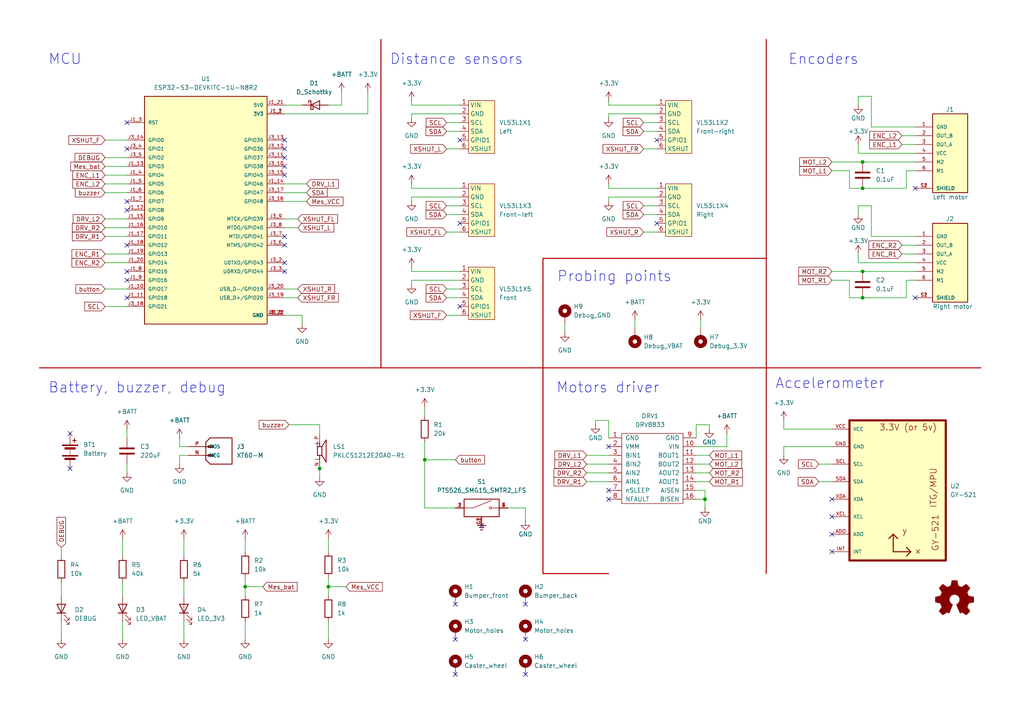
<source format=kicad_sch>
(kicad_sch (version 20231120) (generator "eeschema") (generator_version "8.0")
  (paper "A4")
  (title_block (title "Algernon Micromouse PCB") (date "2024-04-24") (rev "v1.0.0") (company "OTH Regensburg / HEIG-VD"))
  (junction (at 71.12 170.18))
  (junction (at 92.71 135.89))
  (junction (at 204.47 144.78))
  (junction (at 250.19 78.74))
  (junction (at 250.19 86.36))
  (junction (at 123.19 133.35))
  (junction (at 250.19 46.99))
  (junction (at 250.19 54.61))
  (junction (at 95.25 170.18))
  (no_connect (at 133.35 88.9))
  (no_connect (at 265.43 86.36))
  (no_connect (at 265.43 54.61))
  (no_connect (at 133.35 64.77))
  (no_connect (at 190.5 40.64))
  (no_connect (at 36.83 81.28))
  (no_connect (at 82.55 40.64))
  (no_connect (at 82.55 78.74))
  (no_connect (at 36.83 58.42))
  (no_connect (at 82.55 68.58))
  (no_connect (at 152.4 175.26))
  (no_connect (at 176.53 129.54))
  (no_connect (at 241.3 149.86))
  (no_connect (at 241.3 154.94))
  (no_connect (at 241.3 144.78))
  (no_connect (at 241.3 160.02))
  (no_connect (at 20.32 135.89))
  (no_connect (at 132.08 175.26))
  (no_connect (at 139.7 152.4))
  (no_connect (at 190.5 64.77))
  (no_connect (at 133.35 40.64))
  (no_connect (at 20.32 125.73))
  (no_connect (at 36.83 35.56))
  (no_connect (at 176.53 142.24))
  (no_connect (at 176.53 144.78))
  (no_connect (at 82.55 45.72))
  (no_connect (at 36.83 78.74))
  (no_connect (at 36.83 60.96))
  (no_connect (at 82.55 76.2))
  (no_connect (at 36.83 43.18))
  (no_connect (at 36.83 71.12))
  (no_connect (at 82.55 48.26))
  (no_connect (at 82.55 50.8))
  (no_connect (at 82.55 71.12))
  (no_connect (at 36.83 86.36))
  (no_connect (at 132.08 195.58))
  (no_connect (at 152.4 195.58))
  (no_connect (at 152.4 185.42))
  (no_connect (at 132.08 185.42))
  (no_connect (at 82.55 43.18))
  (wire (pts (xy 36.83 48.26) (xy 30.48 48.26)))
  (wire (pts (xy 201.93 142.24) (xy 204.47 142.24)))
  (wire (pts (xy 176.53 121.92) (xy 172.72 121.92)))
  (wire (pts (xy 95.25 180.34) (xy 95.25 185.42)))
  (wire (pts (xy 129.54 83.82) (xy 133.35 83.82)))
  (polyline (pts (xy 157.48 74.93) (xy 222.25 74.93)) (stroke (width 0.3) (type solid) (color 177 0 0 1)))
  (wire (pts (xy 88.9 55.88) (xy 82.55 55.88)))
  (wire (pts (xy 261.62 71.12) (xy 265.43 71.12)))
  (wire (pts (xy 30.48 55.88) (xy 36.83 55.88)))
  (wire (pts (xy 248.92 27.94) (xy 248.92 30.48)))
  (wire (pts (xy 30.48 76.2) (xy 36.83 76.2)))
  (wire (pts (xy 252.73 36.83) (xy 252.73 27.94)))
  (wire (pts (xy 265.43 36.83) (xy 252.73 36.83)))
  (polyline (pts (xy 11.43 106.68) (xy 284.48 106.68)) (stroke (width 0.3) (type solid) (color 177 0 0 1)))
  (wire (pts (xy 30.48 83.82) (xy 36.83 83.82)))
  (wire (pts (xy 204.47 144.78) (xy 204.47 147.32)))
  (wire (pts (xy 30.48 68.58) (xy 36.83 68.58)))
  (wire (pts (xy 119.38 81.28) (xy 119.38 82.55)))
  (wire (pts (xy 176.53 57.15) (xy 176.53 58.42)))
  (wire (pts (xy 71.12 170.18) (xy 76.2 170.18)))
  (wire (pts (xy 205.74 132.08) (xy 201.93 132.08)))
  (wire (pts (xy 95.25 156.21) (xy 95.25 160.02)))
  (wire (pts (xy 176.53 30.48) (xy 176.53 29.21)))
  (wire (pts (xy 54.61 129.54) (xy 52.07 129.54)))
  (wire (pts (xy 129.54 62.23) (xy 133.35 62.23)))
  (wire (pts (xy 92.71 125.73) (xy 92.71 123.19)))
  (wire (pts (xy 123.19 128.27) (xy 123.19 133.35)))
  (polyline (pts (xy 157.48 106.68) (xy 157.48 74.93)) (stroke (width 0.3) (type solid) (color 177 0 0 1)))
  (wire (pts (xy 241.3 46.99) (xy 250.19 46.99)))
  (wire (pts (xy 123.19 133.35) (xy 123.19 147.32)))
  (wire (pts (xy 119.38 57.15) (xy 119.38 58.42)))
  (wire (pts (xy 201.93 127) (xy 201.93 123.19)))
  (wire (pts (xy 35.56 156.21) (xy 35.56 161.29)))
  (wire (pts (xy 95.25 170.18) (xy 100.33 170.18)))
  (wire (pts (xy 262.89 86.36) (xy 250.19 86.36)))
  (wire (pts (xy 204.47 142.24) (xy 204.47 144.78)))
  (wire (pts (xy 71.12 167.64) (xy 71.12 170.18)))
  (wire (pts (xy 210.82 129.54) (xy 210.82 125.73)))
  (wire (pts (xy 248.92 59.69) (xy 248.92 62.23)))
  (wire (pts (xy 205.74 134.62) (xy 201.93 134.62)))
  (wire (pts (xy 87.63 91.44) (xy 87.63 93.98)))
  (wire (pts (xy 133.35 81.28) (xy 119.38 81.28)))
  (wire (pts (xy 36.83 124.46) (xy 36.83 127)))
  (wire (pts (xy 123.19 133.35) (xy 132.08 133.35)))
  (wire (pts (xy 205.74 137.16) (xy 201.93 137.16)))
  (wire (pts (xy 203.2 92.71) (xy 203.2 95.25)))
  (wire (pts (xy 237.49 134.62) (xy 241.3 134.62)))
  (wire (pts (xy 186.69 62.23) (xy 190.5 62.23)))
  (wire (pts (xy 129.54 43.18) (xy 133.35 43.18)))
  (wire (pts (xy 119.38 30.48) (xy 119.38 29.21)))
  (wire (pts (xy 82.55 86.36) (xy 86.36 86.36)))
  (wire (pts (xy 152.4 147.32) (xy 152.4 151.13)))
  (wire (pts (xy 82.55 58.42) (xy 88.9 58.42)))
  (wire (pts (xy 106.68 26.67) (xy 106.68 33.02)))
  (wire (pts (xy 252.73 68.58) (xy 252.73 59.69)))
  (wire (pts (xy 248.92 73.66) (xy 248.92 76.2)))
  (wire (pts (xy 250.19 86.36) (xy 246.38 86.36)))
  (wire (pts (xy 119.38 54.61) (xy 119.38 53.34)))
  (wire (pts (xy 71.12 156.21) (xy 71.12 160.02)))
  (wire (pts (xy 241.3 78.74) (xy 250.19 78.74)))
  (wire (pts (xy 227.33 124.46) (xy 227.33 121.92)))
  (wire (pts (xy 129.54 59.69) (xy 133.35 59.69)))
  (wire (pts (xy 30.48 88.9) (xy 36.83 88.9)))
  (wire (pts (xy 123.19 118.11) (xy 123.19 120.65)))
  (wire (pts (xy 262.89 49.53) (xy 265.43 49.53)))
  (wire (pts (xy 129.54 35.56) (xy 133.35 35.56)))
  (wire (pts (xy 35.56 168.91) (xy 35.56 172.72)))
  (wire (pts (xy 252.73 59.69) (xy 248.92 59.69)))
  (wire (pts (xy 248.92 44.45) (xy 265.43 44.45)))
  (wire (pts (xy 17.78 158.75) (xy 17.78 161.29)))
  (wire (pts (xy 184.15 92.71) (xy 184.15 95.25)))
  (wire (pts (xy 190.5 33.02) (xy 176.53 33.02)))
  (wire (pts (xy 123.19 147.32) (xy 132.08 147.32)))
  (wire (pts (xy 170.18 139.7) (xy 176.53 139.7)))
  (wire (pts (xy 133.35 54.61) (xy 119.38 54.61)))
  (wire (pts (xy 246.38 86.36) (xy 246.38 81.28)))
  (wire (pts (xy 36.83 134.62) (xy 36.83 137.16)))
  (wire (pts (xy 99.06 30.48) (xy 99.06 26.67)))
  (wire (pts (xy 129.54 67.31) (xy 133.35 67.31)))
  (wire (pts (xy 261.62 41.91) (xy 265.43 41.91)))
  (wire (pts (xy 92.71 135.89) (xy 92.71 138.43)))
  (wire (pts (xy 82.55 33.02) (xy 106.68 33.02)))
  (wire (pts (xy 201.93 144.78) (xy 204.47 144.78)))
  (wire (pts (xy 241.3 49.53) (xy 246.38 49.53)))
  (wire (pts (xy 261.62 73.66) (xy 265.43 73.66)))
  (wire (pts (xy 71.12 180.34) (xy 71.12 185.42)))
  (wire (pts (xy 241.3 81.28) (xy 246.38 81.28)))
  (polyline (pts (xy 222.25 74.93) (xy 222.25 74.93)) (stroke (width 0.3) (type solid) (color 177 0 0 1)))
  (wire (pts (xy 147.32 147.32) (xy 152.4 147.32)))
  (wire (pts (xy 95.25 167.64) (xy 95.25 170.18)))
  (polyline (pts (xy 157.48 106.68) (xy 157.48 166.37)) (stroke (width 0.3) (type solid) (color 177 0 0 1)))
  (wire (pts (xy 261.62 39.37) (xy 265.43 39.37)))
  (wire (pts (xy 227.33 129.54) (xy 227.33 132.08)))
  (wire (pts (xy 241.3 124.46) (xy 227.33 124.46)))
  (wire (pts (xy 88.9 53.34) (xy 82.55 53.34)))
  (wire (pts (xy 262.89 81.28) (xy 262.89 86.36)))
  (wire (pts (xy 201.93 123.19) (xy 205.74 123.19)))
  (wire (pts (xy 53.34 156.21) (xy 53.34 161.29)))
  (wire (pts (xy 262.89 81.28) (xy 265.43 81.28)))
  (polyline (pts (xy 110.49 11.43) (xy 110.49 106.68)) (stroke (width 0.3) (type solid) (color 177 0 0 1)))
  (wire (pts (xy 250.19 54.61) (xy 246.38 54.61)))
  (polyline (pts (xy 222.25 11.43) (xy 222.25 106.68)) (stroke (width 0.3) (type solid) (color 177 0 0 1)))
  (wire (pts (xy 119.38 33.02) (xy 119.38 34.29)))
  (wire (pts (xy 92.71 123.19) (xy 83.82 123.19)))
  (wire (pts (xy 250.19 46.99) (xy 265.43 46.99)))
  (wire (pts (xy 186.69 43.18) (xy 190.5 43.18)))
  (wire (pts (xy 186.69 67.31) (xy 190.5 67.31)))
  (polyline (pts (xy 157.48 166.37) (xy 176.53 166.37)) (stroke (width 0.3) (type solid) (color 177 0 0 1)))
  (wire (pts (xy 248.92 76.2) (xy 265.43 76.2)))
  (wire (pts (xy 95.25 30.48) (xy 99.06 30.48)))
  (wire (pts (xy 133.35 30.48) (xy 119.38 30.48)))
  (wire (pts (xy 82.55 30.48) (xy 87.63 30.48)))
  (wire (pts (xy 186.69 38.1) (xy 190.5 38.1)))
  (wire (pts (xy 265.43 68.58) (xy 252.73 68.58)))
  (wire (pts (xy 30.48 45.72) (xy 36.83 45.72)))
  (wire (pts (xy 54.61 132.08) (xy 52.07 132.08)))
  (wire (pts (xy 82.55 63.5) (xy 86.36 63.5)))
  (wire (pts (xy 17.78 168.91) (xy 17.78 172.72)))
  (wire (pts (xy 250.19 78.74) (xy 265.43 78.74)))
  (wire (pts (xy 237.49 139.7) (xy 241.3 139.7)))
  (wire (pts (xy 30.48 63.5) (xy 36.83 63.5)))
  (wire (pts (xy 35.56 180.34) (xy 35.56 185.42)))
  (wire (pts (xy 82.55 83.82) (xy 86.36 83.82)))
  (wire (pts (xy 262.89 49.53) (xy 262.89 54.61)))
  (wire (pts (xy 170.18 137.16) (xy 176.53 137.16)))
  (wire (pts (xy 30.48 53.34) (xy 36.83 53.34)))
  (wire (pts (xy 53.34 180.34) (xy 53.34 185.42)))
  (wire (pts (xy 129.54 86.36) (xy 133.35 86.36)))
  (wire (pts (xy 36.83 40.64) (xy 30.48 40.64)))
  (wire (pts (xy 92.71 133.35) (xy 92.71 135.89)))
  (wire (pts (xy 133.35 57.15) (xy 119.38 57.15)))
  (wire (pts (xy 170.18 132.08) (xy 176.53 132.08)))
  (wire (pts (xy 30.48 73.66) (xy 36.83 73.66)))
  (wire (pts (xy 52.07 129.54) (xy 52.07 127)))
  (wire (pts (xy 176.53 54.61) (xy 176.53 53.34)))
  (wire (pts (xy 95.25 170.18) (xy 95.25 172.72)))
  (wire (pts (xy 186.69 59.69) (xy 190.5 59.69)))
  (wire (pts (xy 262.89 54.61) (xy 250.19 54.61)))
  (wire (pts (xy 129.54 38.1) (xy 133.35 38.1)))
  (wire (pts (xy 82.55 91.44) (xy 87.63 91.44)))
  (wire (pts (xy 82.55 66.04) (xy 86.36 66.04)))
  (polyline (pts (xy 222.25 106.68) (xy 222.25 166.37)) (stroke (width 0.3) (type solid) (color 177 0 0 1)))
  (wire (pts (xy 246.38 54.61) (xy 246.38 49.53)))
  (wire (pts (xy 17.78 180.34) (xy 17.78 185.42)))
  (wire (pts (xy 241.3 129.54) (xy 227.33 129.54)))
  (wire (pts (xy 248.92 41.91) (xy 248.92 44.45)))
  (wire (pts (xy 205.74 123.19) (xy 205.74 124.46)))
  (wire (pts (xy 30.48 66.04) (xy 36.83 66.04)))
  (wire (pts (xy 190.5 30.48) (xy 176.53 30.48)))
  (wire (pts (xy 190.5 54.61) (xy 176.53 54.61)))
  (wire (pts (xy 163.83 93.98) (xy 163.83 96.52)))
  (wire (pts (xy 133.35 33.02) (xy 119.38 33.02)))
  (wire (pts (xy 71.12 170.18) (xy 71.12 172.72)))
  (wire (pts (xy 172.72 121.92) (xy 172.72 123.19)))
  (wire (pts (xy 119.38 78.74) (xy 119.38 77.47)))
  (wire (pts (xy 52.07 132.08) (xy 52.07 134.62)))
  (wire (pts (xy 190.5 57.15) (xy 176.53 57.15)))
  (wire (pts (xy 170.18 134.62) (xy 176.53 134.62)))
  (wire (pts (xy 53.34 168.91) (xy 53.34 172.72)))
  (wire (pts (xy 176.53 127) (xy 176.53 121.92)))
  (wire (pts (xy 133.35 78.74) (xy 119.38 78.74)))
  (wire (pts (xy 205.74 139.7) (xy 201.93 139.7)))
  (wire (pts (xy 201.93 129.54) (xy 210.82 129.54)))
  (wire (pts (xy 129.54 91.44) (xy 133.35 91.44)))
  (wire (pts (xy 30.48 50.8) (xy 36.83 50.8)))
  (wire (pts (xy 176.53 33.02) (xy 176.53 34.29)))
  (wire (pts (xy 252.73 27.94) (xy 248.92 27.94)))
  (wire (pts (xy 186.69 35.56) (xy 190.5 35.56)))
  (text "Battery, buzzer, debug" (at 13.97 114.3 0) (effects (font (size 3 3)) (justify left bottom)))
  (text "Motors driver" (at 161.29 114.3 0) (effects (font (size 3 3)) (justify left bottom)))
  (text "Probing points" (at 161.544 82.042 0) (effects (font (size 3 3)) (justify left bottom)))
  (text "Distance sensors" (at 113.03 19.05 0) (effects (font (size 3 3)) (justify left bottom)))
  (text "Encoders" (at 228.6 19.05 0) (effects (font (size 3 3)) (justify left bottom)))
  (text "MCU" (at 13.97 19.05 0) (effects (font (size 3 3)) (justify left bottom)))
  (text "Accelerometer\n" (at 224.79 113.03 0) (effects (font (size 3 3)) (justify left bottom)))
  (global_label "button" (shape input) (at 132.08 133.35 0) (property "Intersheetrefs" "${INTERSHEET_REFS}" (effects (hide yes))))
  (global_label "ENC_R2" (shape input) (at 30.48 76.2 180) (property "Intersheetrefs" "${INTERSHEET_REFS}" (effects (hide yes))))
  (global_label "DRV_L1" (shape input) (at 88.9 53.34 0) (property "Intersheetrefs" "${INTERSHEET_REFS}" (effects (hide yes))))
  (global_label "DRV_R1" (shape input) (at 30.48 68.58 180) (property "Intersheetrefs" "${INTERSHEET_REFS}" (effects (hide yes))))
  (global_label "SDA" (shape input) (at 88.9 55.88 0) (property "Intersheetrefs" "${INTERSHEET_REFS}" (effects (hide yes))))
  (global_label "Mes_bat" (shape input) (at 76.2 170.18 0) (property "Intersheetrefs" "${INTERSHEET_REFS}" (effects (hide yes))))
  (global_label "MOT_L1" (shape input) (at 205.74 132.08 0) (property "Intersheetrefs" "${INTERSHEET_REFS}" (effects (hide yes))))
  (global_label "SCL" (shape input) (at 129.54 83.82 180) (property "Intersheetrefs" "${INTERSHEET_REFS}" (effects (hide yes))))
  (global_label "ENC_R1" (shape input) (at 261.62 73.66 180) (property "Intersheetrefs" "${INTERSHEET_REFS}" (effects (hide yes))))
  (global_label "ENC_L2" (shape input) (at 261.62 39.37 180) (property "Intersheetrefs" "${INTERSHEET_REFS}" (effects (hide yes))))
  (global_label "Mes_VCC" (shape input) (at 100.33 170.18 0) (property "Intersheetrefs" "${INTERSHEET_REFS}" (effects (hide yes))))
  (global_label "MOT_R2" (shape input) (at 241.3 78.74 180) (property "Intersheetrefs" "${INTERSHEET_REFS}" (effects (hide yes))))
  (global_label "Mes_VCC" (shape input) (at 88.9 58.42 0) (property "Intersheetrefs" "${INTERSHEET_REFS}" (effects (hide yes))))
  (global_label "DRV_R1" (shape input) (at 170.18 139.7 180) (property "Intersheetrefs" "${INTERSHEET_REFS}" (effects (hide yes))))
  (global_label "SCL" (shape input) (at 30.48 88.9 180) (property "Intersheetrefs" "${INTERSHEET_REFS}" (effects (hide yes))))
  (global_label "DEBUG" (shape input) (at 17.78 158.75 90) (property "Intersheetrefs" "${INTERSHEET_REFS}" (effects (hide yes))))
  (global_label "MOT_L2" (shape input) (at 241.3 46.99 180) (property "Intersheetrefs" "${INTERSHEET_REFS}" (effects (hide yes))))
  (global_label "button" (shape input) (at 30.48 83.82 180) (property "Intersheetrefs" "${INTERSHEET_REFS}" (effects (hide yes))))
  (global_label "XSHUT_FL" (shape input) (at 129.54 67.31 180) (property "Intersheetrefs" "${INTERSHEET_REFS}" (effects (hide yes))))
  (global_label "ENC_R2" (shape input) (at 261.62 71.12 180) (property "Intersheetrefs" "${INTERSHEET_REFS}" (effects (hide yes))))
  (global_label "ENC_R1" (shape input) (at 30.48 73.66 180) (property "Intersheetrefs" "${INTERSHEET_REFS}" (effects (hide yes))))
  (global_label "XSHUT_R" (shape input) (at 86.36 83.82 0) (property "Intersheetrefs" "${INTERSHEET_REFS}" (effects (hide yes))))
  (global_label "DRV_R2" (shape input) (at 170.18 137.16 180) (property "Intersheetrefs" "${INTERSHEET_REFS}" (effects (hide yes))))
  (global_label "XSHUT_L" (shape input) (at 129.54 43.18 180) (property "Intersheetrefs" "${INTERSHEET_REFS}" (effects (hide yes))))
  (global_label "DRV_L2" (shape input) (at 30.48 63.5 180) (property "Intersheetrefs" "${INTERSHEET_REFS}" (effects (hide yes))))
  (global_label "XSHUT_FR" (shape input) (at 86.36 86.36 0) (property "Intersheetrefs" "${INTERSHEET_REFS}" (effects (hide yes))))
  (global_label "DEBUG" (shape input) (at 30.48 45.72 180) (property "Intersheetrefs" "${INTERSHEET_REFS}" (effects (hide yes))))
  (global_label "ENC_L2" (shape input) (at 30.48 53.34 180) (property "Intersheetrefs" "${INTERSHEET_REFS}" (effects (hide yes))))
  (global_label "MOT_R2" (shape input) (at 205.74 137.16 0) (property "Intersheetrefs" "${INTERSHEET_REFS}" (effects (hide yes))))
  (global_label "XSHUT_F" (shape input) (at 30.48 40.64 180) (property "Intersheetrefs" "${INTERSHEET_REFS}" (effects (hide yes))))
  (global_label "SDA" (shape input) (at 129.54 38.1 180) (property "Intersheetrefs" "${INTERSHEET_REFS}" (effects (hide yes))))
  (global_label "SDA" (shape input) (at 237.49 139.7 180) (property "Intersheetrefs" "${INTERSHEET_REFS}" (effects (hide yes))))
  (global_label "DRV_L2" (shape input) (at 170.18 134.62 180) (property "Intersheetrefs" "${INTERSHEET_REFS}" (effects (hide yes))))
  (global_label "MOT_L1" (shape input) (at 241.3 49.53 180) (property "Intersheetrefs" "${INTERSHEET_REFS}" (effects (hide yes))))
  (global_label "SDA" (shape input) (at 129.54 62.23 180) (property "Intersheetrefs" "${INTERSHEET_REFS}" (effects (hide yes))))
  (global_label "SCL" (shape input) (at 237.49 134.62 180) (property "Intersheetrefs" "${INTERSHEET_REFS}" (effects (hide yes))))
  (global_label "XSHUT_L" (shape input) (at 86.36 66.04 0) (property "Intersheetrefs" "${INTERSHEET_REFS}" (effects (hide yes))))
  (global_label "SCL" (shape input) (at 129.54 35.56 180) (property "Intersheetrefs" "${INTERSHEET_REFS}" (effects (hide yes))))
  (global_label "XSHUT_R" (shape input) (at 186.69 67.31 180) (property "Intersheetrefs" "${INTERSHEET_REFS}" (effects (hide yes))))
  (global_label "DRV_R2" (shape input) (at 30.48 66.04 180) (property "Intersheetrefs" "${INTERSHEET_REFS}" (effects (hide yes))))
  (global_label "ENC_L1" (shape input) (at 261.62 41.91 180) (property "Intersheetrefs" "${INTERSHEET_REFS}" (effects (hide yes))))
  (global_label "DRV_L1" (shape input) (at 170.18 132.08 180) (property "Intersheetrefs" "${INTERSHEET_REFS}" (effects (hide yes))))
  (global_label "XSHUT_FR" (shape input) (at 186.69 43.18 180) (property "Intersheetrefs" "${INTERSHEET_REFS}" (effects (hide yes))))
  (global_label "MOT_L2" (shape input) (at 205.74 134.62 0) (property "Intersheetrefs" "${INTERSHEET_REFS}" (effects (hide yes))))
  (global_label "MOT_R1" (shape input) (at 205.74 139.7 0) (property "Intersheetrefs" "${INTERSHEET_REFS}" (effects (hide yes))))
  (global_label "XSHUT_F" (shape input) (at 129.54 91.44 180) (property "Intersheetrefs" "${INTERSHEET_REFS}" (effects (hide yes))))
  (global_label "ENC_L1" (shape input) (at 30.48 50.8 180) (property "Intersheetrefs" "${INTERSHEET_REFS}" (effects (hide yes))))
  (global_label "SCL" (shape input) (at 129.54 59.69 180) (property "Intersheetrefs" "${INTERSHEET_REFS}" (effects (hide yes))))
  (global_label "MOT_R1" (shape input) (at 241.3 81.28 180) (property "Intersheetrefs" "${INTERSHEET_REFS}" (effects (hide yes))))
  (global_label "buzzer" (shape input) (at 30.48 55.88 180) (property "Intersheetrefs" "${INTERSHEET_REFS}" (effects (hide yes))))
  (global_label "SDA" (shape input) (at 129.54 86.36 180) (property "Intersheetrefs" "${INTERSHEET_REFS}" (effects (hide yes))))
  (global_label "SCL" (shape input) (at 186.69 35.56 180) (property "Intersheetrefs" "${INTERSHEET_REFS}" (effects (hide yes))))
  (global_label "SCL" (shape input) (at 186.69 59.69 180) (property "Intersheetrefs" "${INTERSHEET_REFS}" (effects (hide yes))))
  (global_label "SDA" (shape input) (at 186.69 38.1 180) (property "Intersheetrefs" "${INTERSHEET_REFS}" (effects (hide yes))))
  (global_label "XSHUT_FL" (shape input) (at 86.36 63.5 0) (property "Intersheetrefs" "${INTERSHEET_REFS}" (effects (hide yes))))
  (global_label "Mes_bat" (shape input) (at 30.48 48.26 180) (property "Intersheetrefs" "${INTERSHEET_REFS}" (effects (hide yes))))
  (global_label "SDA" (shape input) (at 186.69 62.23 180) (property "Intersheetrefs" "${INTERSHEET_REFS}" (effects (hide yes))))
  (global_label "buzzer" (shape input) (at 83.82 123.19 180) (property "Intersheetrefs" "${INTERSHEET_REFS}" (effects (hide yes))))
  (symbol (lib_id "power:GND") (at 227.33 132.08 0) (unit 1)
    (property "Reference" "#PWR024" (effects (hide yes)))
    (property "Value" "GND" (at 227.33 137.16 0))
    (property "Description" "Power symbol creates a global label with name \"GND\" , ground" (effects (hide yes)))
  )
  (symbol (lib_id "VL53L1x:ToF distance sensor") (at 134.62 60.96 0) (unit 1)
    (property "Reference" "VL53L1X3" (at 144.78 59.6899 0) (effects (justify left)))
    (property "Value" "Front-left" (at 144.78 62.2299 0) (effects (justify left)))
    (property "Footprint" "footprints:TinyTronics_VL53L1X" (effects (hide yes)))
  )
  (symbol (lib_id "VL53L1x:ToF distance sensor") (at 191.77 36.83 0) (unit 1)
    (property "Reference" "VL53L1X2" (at 201.93 35.5599 0) (effects (justify left)))
    (property "Value" "Front-right" (at 201.93 38.0999 0) (effects (justify left)))
    (property "Footprint" "footprints:TinyTronics_VL53L1X" (effects (hide yes)))
  )
  (symbol (lib_id "power:GND") (at 52.07 134.62 0) (unit 1)
    (property "Reference" "#PWR025" (effects (hide yes)))
    (property "Value" "GND" (at 52.07 139.7 0))
    (property "Description" "Power symbol creates a global label with name \"GND\" , ground" (effects (hide yes)))
  )
  (symbol (lib_id "Device:R") (at 95.25 163.83 0) (unit 1)
    (property "Reference" "R3" (at 97.79 162.5599 0) (effects (justify left)))
    (property "Value" "10k" (at 97.79 165.0999 0) (effects (justify left)))
    (property "Footprint" "Resistor_SMD:R_1206_3216Metric_Pad1.30x1.75mm_HandSolder" (effects (hide yes)))
  )
  (symbol (lib_id "power:GND") (at 95.25 185.42 0) (unit 1)
    (property "Reference" "#PWR037" (effects (hide yes)))
    (property "Value" "GND" (at 95.25 190.5 0))
    (property "Description" "Power symbol creates a global label with name \"GND\" , ground" (effects (hide yes)))
  )
  (symbol (lib_id "GY-521:GY-521") (at 256.54 139.7 0) (unit 1)
    (property "Reference" "U2" (at 275.59 140.9699 0) (effects (justify left)))
    (property "Value" "GY-521" (at 275.59 143.5099 0) (effects (justify left)))
    (property "Footprint" "footprints:GY-521" (effects (hide yes)))
    (property "Description" "\nTriple Axis Accelerometer Gyro Breakout\n" (effects (hide yes)))
    (property "MF" "GODREAM FORDREAM CO., LIMITED" (effects (hide yes)))
    (property "Package" "Package" (effects (hide yes)))
    (property "Price" "None" (effects (hide yes)))
    (property "SnapEDA_Link" "https://www.snapeda.com/parts/GY-521/GODREAM+FORDREAM+CO.%252C+LIMITED/view-part/?ref=snap" (effects (hide yes)))
    (property "MP" "GY-521" (effects (hide yes)))
    (property "Availability" "Not in stock" (effects (hide yes)))
    (property "Check_prices" "https://www.snapeda.com/parts/GY-521/GODREAM+FORDREAM+CO.%252C+LIMITED/view-part/?ref=eda" (effects (hide yes)))
    (property "Description_1" "\nTriple Axis Accelerometer Gyro Breakout\n" (effects (hide yes)))
  )
  (symbol (lib_id "Device:C") (at 36.83 130.81 0) (unit 1)
    (property "Reference" "C3" (at 40.64 129.5399 0) (effects (justify left)))
    (property "Value" "220uF" (at 40.64 132.0799 0) (effects (justify left)))
    (property "Footprint" "Capacitor_SMD:CP_Elec_8x10.5" (effects (hide yes)))
    (property "Description" "Unpolarized capacitor" (effects (hide yes)))
  )
  (symbol (lib_id "power:+BATT") (at 35.56 156.21 0) (unit 1)
    (property "Reference" "#PWR029" (effects (hide yes)))
    (property "Value" "+BATT" (at 35.56 151.13 0))
    (property "Description" "Power symbol creates a global label with name \"+BATT\"" (effects (hide yes)))
  )
  (symbol (lib_id "power:GND") (at 119.38 58.42 0) (unit 1)
    (property "Reference" "#PWR011" (effects (hide yes)))
    (property "Value" "GND" (at 119.38 63.5 0))
    (property "Description" "Power symbol creates a global label with name \"GND\" , ground" (effects (hide yes)))
  )
  (symbol (lib_id "power:+3.3V") (at 119.38 53.34 0) (unit 1)
    (property "Reference" "#PWR09" (effects (hide yes)))
    (property "Value" "+3.3V" (at 119.38 48.26 0))
    (property "Description" "Power symbol creates a global label with name \"+3.3V\"" (effects (hide yes)))
  )
  (symbol (lib_id "Mechanical:MountingHole_Pad") (at 132.08 182.88 0) (unit 1)
    (property "Reference" "H3" (at 134.62 180.3399 0) (effects (justify left)))
    (property "Value" "Motor_holes" (at 134.62 182.8799 0) (effects (justify left)))
    (property "Footprint" "footprints:Polulu_Micro_Gearmotor" (effects (hide yes)))
  )
  (symbol (lib_id "Device:R") (at 53.34 165.1 0) (unit 1)
    (property "Reference" "R6" (at 55.88 163.8299 0) (effects (justify left)))
    (property "Value" "5k" (at 55.88 166.3699 0) (effects (justify left)))
    (property "Footprint" "Resistor_SMD:R_1206_3216Metric_Pad1.30x1.75mm_HandSolder" (effects (hide yes)))
  )
  (symbol (lib_id "power:+3.3V") (at 227.33 121.92 0) (unit 1)
    (property "Reference" "#PWR019" (effects (hide yes)))
    (property "Value" "+3.3V" (at 227.33 116.84 0))
    (property "Description" "Power symbol creates a global label with name \"+3.3V\"" (effects (hide yes)))
  )
  (symbol (lib_id "power:GND") (at 248.92 62.23 0) (unit 1)
    (property "Reference" "#PWR013" (effects (hide yes)))
    (property "Value" "GND" (at 248.92 66.04 0))
    (property "Description" "Power symbol creates a global label with name \"GND\" , ground" (effects (hide yes)))
  )
  (symbol (lib_id "power:+3.3V") (at 119.38 29.21 0) (unit 1)
    (property "Reference" "#PWR04" (effects (hide yes)))
    (property "Value" "+3.3V" (at 119.38 24.13 0))
    (property "Description" "Power symbol creates a global label with name \"+3.3V\"" (effects (hide yes)))
  )
  (symbol (lib_id "power:GND") (at 35.56 185.42 0) (unit 1)
    (property "Reference" "#PWR034" (effects (hide yes)))
    (property "Value" "GND" (at 35.56 190.5 0))
    (property "Description" "Power symbol creates a global label with name \"GND\" , ground" (effects (hide yes)))
  )
  (symbol (lib_id "power:+BATT") (at 71.12 156.21 0) (unit 1)
    (property "Reference" "#PWR031" (effects (hide yes)))
    (property "Value" "+BATT" (at 71.12 151.13 0))
    (property "Description" "Power symbol creates a global label with name \"+BATT\"" (effects (hide yes)))
  )
  (symbol (lib_id "power:GND") (at 176.53 34.29 0) (unit 1)
    (property "Reference" "#PWR07" (effects (hide yes)))
    (property "Value" "GND" (at 176.53 39.37 0))
    (property "Description" "Power symbol creates a global label with name \"GND\" , ground" (effects (hide yes)))
  )
  (symbol (lib_id "power:+BATT") (at 36.83 124.46 0) (unit 1)
    (property "Reference" "#PWR041" (effects (hide yes)))
    (property "Value" "+BATT" (at 36.83 119.38 0))
    (property "Description" "Power symbol creates a global label with name \"+BATT\"" (effects (hide yes)))
  )
  (symbol (lib_id "power:GND") (at 119.38 82.55 0) (unit 1)
    (property "Reference" "#PWR016" (effects (hide yes)))
    (property "Value" "GND" (at 119.38 87.63 0))
    (property "Description" "Power symbol creates a global label with name \"GND\" , ground" (effects (hide yes)))
  )
  (symbol (lib_id "Device:R") (at 95.25 176.53 0) (unit 1)
    (property "Reference" "R8" (at 97.79 175.2599 0) (effects (justify left)))
    (property "Value" "1k" (at 97.79 177.7999 0) (effects (justify left)))
    (property "Footprint" "Resistor_SMD:R_1206_3216Metric_Pad1.30x1.75mm_HandSolder" (effects (hide yes)))
  )
  (symbol (lib_id "power:+3.3V") (at 203.2 92.71 0) (unit 1)
    (property "Reference" "#PWR038" (effects (hide yes)))
    (property "Value" "+3.3V" (at 203.2 87.63 0))
    (property "Description" "Power symbol creates a global label with name \"+3.3V\"" (effects (hide yes)))
  )
  (symbol (lib_id "Graphic:Logo_Open_Hardware_Small") (at 276.86 173.99 0) (unit 1) (exclude_from_sim yes)
    (property "Reference" "#LOGO1" (effects (hide yes)))
    (property "Value" "Logo_Open_Hardware_Small" (effects (hide yes)))
    (property "Description" "Open Hardware logo, small" (effects (hide yes)))
  )
  (symbol (lib_name "BM06B-SRSS-TB_LF__SN__2") (lib_id "JST_SH_6pins:BM06B-SRSS-TB_LF__SN_") (at 275.59 78.74 0) (unit 1)
    (property "Reference" "J2" (at 274.32 63.5 0) (effects (justify left)))
    (property "Value" "Right motor" (at 270.51 88.9 0) (effects (justify left)))
    (property "Footprint" "footprints:JST_SH_6pins" (effects (hide yes)))
    (property "Description" "\nConnector Header Surface Mount 6 position 0.039 (1.00mm)\n" (effects (hide yes)))
    (property "MF" "JST Sales" (effects (hide yes)))
    (property "MAXIMUM_PACKAGE_HEIGHT" "6.3 mm" (effects (hide yes)))
    (property "Package" "None" (effects (hide yes)))
    (property "Price" "None" (effects (hide yes)))
    (property "Check_prices" "https://www.snapeda.com/parts/BM06B-SRSS-TB(LF)(SN)/JST+Sales+America+Inc./view-part/?ref=eda" (effects (hide yes)))
    (property "STANDARD" "Manufacturer Recommendations" (effects (hide yes)))
    (property "PARTREV" "N/A" (effects (hide yes)))
    (property "SnapEDA_Link" "https://www.snapeda.com/parts/BM06B-SRSS-TB(LF)(SN)/JST+Sales+America+Inc./view-part/?ref=snap" (effects (hide yes)))
    (property "MP" "BM06B-SRSS-TB(LF)(SN)" (effects (hide yes)))
    (property "MANUFACTURER" "JST Sales America Inc." (effects (hide yes)))
    (property "Availability" "In Stock" (effects (hide yes)))
    (property "SNAPEDA_PN" "BM06B-SRSS-TB(LF)(SN)" (effects (hide yes)))
  )
  (symbol (lib_id "power:GND") (at 163.83 96.52 0) (unit 1)
    (property "Reference" "#PWR040" (effects (hide yes)))
    (property "Value" "GND" (at 163.83 101.6 0))
    (property "Description" "Power symbol creates a global label with name \"GND\" , ground" (effects (hide yes)))
  )
  (symbol (lib_name "MountingHole_Pad_1") (lib_id "Mechanical:MountingHole_Pad") (at 203.2 97.79 180) (unit 1) (exclude_from_sim yes) (in_bom no)
    (property "Reference" "H7" (at 205.74 97.7899 0) (effects (justify right)))
    (property "Value" "Debug_3.3V" (at 205.74 100.3299 0) (effects (justify right)))
    (property "Footprint" "Connector_Wire:SolderWire-0.75sqmm_1x01_D1.25mm_OD2.3mm" (effects (hide yes)))
    (property "Description" "Mounting Hole with connection" (effects (hide yes)))
  )
  (symbol (lib_id "Device:LED") (at 35.56 176.53 90) (unit 1)
    (property "Reference" "D3" (at 39.37 176.8474 90) (effects (justify right)))
    (property "Value" "LED_VBAT" (at 39.37 179.3874 90) (effects (justify right)))
    (property "Footprint" "LED_SMD:LED_1206_3216Metric_Pad1.42x1.75mm_HandSolder" (effects (hide yes)))
  )
  (symbol (lib_id "Device:Battery") (at 20.32 130.81 0) (unit 1)
    (property "Reference" "BT1" (at 24.13 128.9684 0) (effects (justify left)))
    (property "Value" "Battery" (at 24.13 131.5084 0) (effects (justify left)))
    (property "Footprint" "footprints:LiPo_2S1P_Battery" (effects (hide yes)))
    (property "Description" "Multiple-cell battery" (effects (hide yes)))
  )
  (symbol (lib_id "Device:R") (at 35.56 165.1 0) (unit 1)
    (property "Reference" "R5" (at 38.1 163.8299 0) (effects (justify left)))
    (property "Value" "40k" (at 38.1 166.3699 0) (effects (justify left)))
    (property "Footprint" "Resistor_SMD:R_1206_3216Metric_Pad1.30x1.75mm_HandSolder" (effects (hide yes)))
  )
  (symbol (lib_id "power:+3.3V") (at 176.53 53.34 0) (unit 1)
    (property "Reference" "#PWR010" (effects (hide yes)))
    (property "Value" "+3.3V" (at 176.53 48.26 0))
    (property "Description" "Power symbol creates a global label with name \"+3.3V\"" (effects (hide yes)))
  )
  (symbol (lib_id "Device:R") (at 71.12 163.83 0) (unit 1)
    (property "Reference" "R2" (at 73.66 162.5599 0) (effects (justify left)))
    (property "Value" "10k" (at 73.66 165.0999 0) (effects (justify left)))
    (property "Footprint" "Resistor_SMD:R_1206_3216Metric_Pad1.30x1.75mm_HandSolder" (effects (hide yes)))
  )
  (symbol (lib_name "BM06B-SRSS-TB_LF__SN__1") (lib_id "JST_SH_6pins:BM06B-SRSS-TB_LF__SN_") (at 275.59 46.99 0) (unit 1)
    (property "Reference" "J1" (at 274.32 31.75 0) (effects (justify left)))
    (property "Value" "Left motor" (at 270.51 57.15 0) (effects (justify left)))
    (property "Footprint" "footprints:JST_SH_6pins" (effects (hide yes)))
    (property "Description" "\nConnector Header Surface Mount 6 position 0.039 (1.00mm)\n" (effects (hide yes)))
    (property "MF" "JST Sales" (effects (hide yes)))
    (property "MAXIMUM_PACKAGE_HEIGHT" "6.3 mm" (effects (hide yes)))
    (property "Package" "None" (effects (hide yes)))
    (property "Price" "None" (effects (hide yes)))
    (property "Check_prices" "https://www.snapeda.com/parts/BM06B-SRSS-TB(LF)(SN)/JST+Sales+America+Inc./view-part/?ref=eda" (effects (hide yes)))
    (property "STANDARD" "Manufacturer Recommendations" (effects (hide yes)))
    (property "PARTREV" "N/A" (effects (hide yes)))
    (property "SnapEDA_Link" "https://www.snapeda.com/parts/BM06B-SRSS-TB(LF)(SN)/JST+Sales+America+Inc./view-part/?ref=snap" (effects (hide yes)))
    (property "MP" "BM06B-SRSS-TB(LF)(SN)" (effects (hide yes)))
    (property "MANUFACTURER" "JST Sales America Inc." (effects (hide yes)))
    (property "Availability" "In Stock" (effects (hide yes)))
    (property "SNAPEDA_PN" "BM06B-SRSS-TB(LF)(SN)" (effects (hide yes)))
  )
  (symbol (lib_id "power:+3.3V") (at 176.53 29.21 0) (unit 1)
    (property "Reference" "#PWR05" (effects (hide yes)))
    (property "Value" "+3.3V" (at 176.53 24.13 0))
    (property "Description" "Power symbol creates a global label with name \"+3.3V\"" (effects (hide yes)))
  )
  (symbol (lib_id "power:+3.3V") (at 248.92 73.66 0) (unit 1)
    (property "Reference" "#PWR014" (effects (hide yes)))
    (property "Value" "+3.3V" (at 248.92 69.85 0))
    (property "Description" "Power symbol creates a global label with name \"+3.3V\"" (effects (hide yes)))
  )
  (symbol (lib_id "power:GND") (at 152.4 151.13 0) (unit 1)
    (property "Reference" "#PWR028" (effects (hide yes)))
    (property "Value" "GND" (at 152.4 154.94 0))
    (property "Description" "Power symbol creates a global label with name \"GND\" , ground" (effects (hide yes)))
  )
  (symbol (lib_id "Device:R") (at 71.12 176.53 0) (unit 1)
    (property "Reference" "R7" (at 73.66 175.2599 0) (effects (justify left)))
    (property "Value" "1k" (at 73.66 177.7999 0) (effects (justify left)))
    (property "Footprint" "Resistor_SMD:R_1206_3216Metric_Pad1.30x1.75mm_HandSolder" (effects (hide yes)))
  )
  (symbol (lib_id "power:GND") (at 17.78 185.42 0) (unit 1)
    (property "Reference" "#PWR033" (effects (hide yes)))
    (property "Value" "GND" (at 17.78 190.5 0))
    (property "Description" "Power symbol creates a global label with name \"GND\" , ground" (effects (hide yes)))
  )
  (symbol (lib_id "Mechanical:MountingHole_Pad") (at 152.4 193.04 0) (unit 1)
    (property "Reference" "H6" (at 154.94 190.4999 0) (effects (justify left)))
    (property "Value" "Caster_wheel" (at 154.94 193.0399 0) (effects (justify left)))
    (property "Footprint" "footprints:caster_wheel_custom" (effects (hide yes)))
  )
  (symbol (lib_id "Device:C") (at 250.19 82.55 0) (unit 1)
    (property "Reference" "C2" (at 254 81.2799 0) (effects (justify left)))
    (property "Value" "0.1uF" (at 254 83.8199 0) (effects (justify left)))
    (property "Footprint" "Capacitor_THT:CP_Radial_D5.0mm_P2.00mm" (effects (hide yes)))
    (property "Description" "Unpolarized capacitor" (effects (hide yes)))
  )
  (symbol (lib_id "power:+BATT") (at 210.82 125.73 0) (unit 1)
    (property "Reference" "#PWR022" (effects (hide yes)))
    (property "Value" "+BATT" (at 210.82 120.65 0))
    (property "Description" "Power symbol creates a global label with name \"+BATT\"" (effects (hide yes)))
  )
  (symbol (lib_id "power:+BATT") (at 52.07 127 0) (unit 1)
    (property "Reference" "#PWR023" (effects (hide yes)))
    (property "Value" "+BATT" (at 52.07 121.92 0))
    (property "Description" "Power symbol creates a global label with name \"+BATT\"" (effects (hide yes)))
  )
  (symbol (lib_id "DRV8833:Dual motor driver") (at 189.23 135.89 0) (unit 1)
    (property "Reference" "DRV1" (at 188.5569 120.65 0))
    (property "Value" "DRV8833" (at 188.5569 123.19 0))
    (property "Footprint" "footprints:Polulu_DRV8833" (effects (hide yes)))
    (property "Description" "Motor driver" (effects (hide yes)))
  )
  (symbol (lib_id "power:GND") (at 119.38 34.29 0) (unit 1)
    (property "Reference" "#PWR06" (effects (hide yes)))
    (property "Value" "GND" (at 119.38 39.37 0))
    (property "Description" "Power symbol creates a global label with name \"GND\" , ground" (effects (hide yes)))
  )
  (symbol (lib_id "VL53L1x:ToF distance sensor") (at 191.77 60.96 0) (unit 1)
    (property "Reference" "VL53L1X4" (at 201.93 59.6899 0) (effects (justify left)))
    (property "Value" "Right" (at 201.93 62.2299 0) (effects (justify left)))
    (property "Footprint" "footprints:TinyTronics_VL53L1X" (effects (hide yes)))
  )
  (symbol (lib_id "power:GND") (at 172.72 123.19 0) (unit 1)
    (property "Reference" "#PWR020" (effects (hide yes)))
    (property "Value" "GND" (at 172.72 127 0))
    (property "Description" "Power symbol creates a global label with name \"GND\" , ground" (effects (hide yes)))
  )
  (symbol (lib_id "XT60-M:XT60-M") (at 59.69 132.08 0) (unit 1)
    (property "Reference" "J3" (at 68.58 129.5399 0) (effects (justify left)))
    (property "Value" "XT60-M" (at 68.58 132.0799 0) (effects (justify left)))
    (property "Footprint" "footprints:AMASS_XT60-M" (effects (hide yes)))
    (property "Description" "\nPlug; DC supply; XT60; male; PIN: 2; for cable; soldered; 30A; 500V\n" (effects (hide yes)))
    (property "MF" "AMASS" (effects (hide yes)))
    (property "MAXIMUM_PACKAGE_HEIGHT" "16.00 mm" (effects (hide yes)))
    (property "Package" "Package" (effects (hide yes)))
    (property "Price" "None" (effects (hide yes)))
    (property "Check_prices" "https://www.snapeda.com/parts/XT60-M/AMASS/view-part/?ref=eda" (effects (hide yes)))
    (property "STANDARD" "IPC 7351B" (effects (hide yes)))
    (property "PARTREV" "V1.2" (effects (hide yes)))
    (property "SnapEDA_Link" "https://www.snapeda.com/parts/XT60-M/AMASS/view-part/?ref=snap" (effects (hide yes)))
    (property "MP" "XT60-M" (effects (hide yes)))
    (property "Availability" "Not in stock" (effects (hide yes)))
    (property "MANUFACTURER" "AMASS" (effects (hide yes)))
    (property "Description_1" "\nPlug; DC supply; XT60; male; PIN: 2; for cable; soldered; 30A; 500V\n" (effects (hide yes)))
  )
  (symbol (lib_id "Device:LED") (at 17.78 176.53 90) (unit 1)
    (property "Reference" "D2" (at 21.59 176.8474 90) (effects (justify right)))
    (property "Value" "DEBUG" (at 21.59 179.3874 90) (effects (justify right)))
    (property "Footprint" "LED_SMD:LED_1206_3216Metric_Pad1.42x1.75mm_HandSolder" (effects (hide yes)))
  )
  (symbol (lib_id "power:GND") (at 176.53 58.42 0) (unit 1)
    (property "Reference" "#PWR012" (effects (hide yes)))
    (property "Value" "GND" (at 176.53 63.5 0))
    (property "Description" "Power symbol creates a global label with name \"GND\" , ground" (effects (hide yes)))
  )
  (symbol (lib_id "Mechanical:MountingHole_Pad") (at 132.08 172.72 0) (unit 1)
    (property "Reference" "H1" (at 134.62 170.1799 0) (effects (justify left)))
    (property "Value" "Bumper_front" (at 134.62 172.7199 0) (effects (justify left)))
    (property "Footprint" "footprints:Micromouse_bumper" (effects (hide yes)))
  )
  (symbol (lib_id "Device:R") (at 17.78 165.1 0) (unit 1)
    (property "Reference" "R4" (at 20.32 163.8299 0) (effects (justify left)))
    (property "Value" "10k" (at 20.32 166.3699 0) (effects (justify left)))
    (property "Footprint" "Resistor_SMD:R_1206_3216Metric_Pad1.30x1.75mm_HandSolder" (effects (hide yes)))
  )
  (symbol (lib_id "Device:LED") (at 53.34 176.53 90) (unit 1)
    (property "Reference" "D4" (at 57.15 176.8474 90) (effects (justify right)))
    (property "Value" "LED_3V3" (at 57.15 179.3874 90) (effects (justify right)))
    (property "Footprint" "LED_SMD:LED_1206_3216Metric_Pad1.42x1.75mm_HandSolder" (effects (hide yes)))
  )
  (symbol (lib_id "power:+3.3V") (at 123.19 118.11 0) (unit 1)
    (property "Reference" "#PWR018" (effects (hide yes)))
    (property "Value" "+3.3V" (at 123.19 113.03 0))
    (property "Description" "Power symbol creates a global label with name \"+3.3V\"" (effects (hide yes)))
  )
  (symbol (lib_id "power:+3.3V") (at 106.68 26.67 0) (unit 1)
    (property "Reference" "#PWR02" (effects (hide yes)))
    (property "Value" "+3.3V" (at 106.68 21.59 0))
    (property "Description" "Power symbol creates a global label with name \"+3.3V\"" (effects (hide yes)))
  )
  (symbol (lib_id "power:+3.3V") (at 119.38 77.47 0) (unit 1)
    (property "Reference" "#PWR015" (effects (hide yes)))
    (property "Value" "+3.3V" (at 119.38 72.39 0))
    (property "Description" "Power symbol creates a global label with name \"+3.3V\"" (effects (hide yes)))
  )
  (symbol (lib_id "power:GND") (at 204.47 147.32 0) (unit 1)
    (property "Reference" "#PWR027" (effects (hide yes)))
    (property "Value" "GND" (at 204.47 151.13 0))
    (property "Description" "Power symbol creates a global label with name \"GND\" , ground" (effects (hide yes)))
  )
  (symbol (lib_id "power:+3.3V") (at 248.92 41.91 0) (unit 1)
    (property "Reference" "#PWR08" (effects (hide yes)))
    (property "Value" "+3.3V" (at 248.92 38.1 0))
    (property "Description" "Power symbol creates a global label with name \"+3.3V\"" (effects (hide yes)))
  )
  (symbol (lib_id "power:+3.3V") (at 53.34 156.21 0) (unit 1)
    (property "Reference" "#PWR030" (effects (hide yes)))
    (property "Value" "+3.3V" (at 53.34 151.13 0))
    (property "Description" "Power symbol creates a global label with name \"+3.3V\"" (effects (hide yes)))
  )
  (symbol (lib_name "MountingHole_Pad_1") (lib_id "Mechanical:MountingHole_Pad") (at 184.15 97.79 180) (unit 1) (exclude_from_sim yes) (in_bom no)
    (property "Reference" "H8" (at 186.69 97.7899 0) (effects (justify right)))
    (property "Value" "Debug_VBAT" (at 186.69 100.3299 0) (effects (justify right)))
    (property "Footprint" "Connector_Wire:SolderWire-0.75sqmm_1x01_D1.25mm_OD2.3mm" (effects (hide yes)))
    (property "Description" "Mounting Hole with connection" (effects (hide yes)))
  )
  (symbol (lib_id "PTS526_SMG15_SMTR2_LFS:PTS526_SMG15_SMTR2_LFS") (at 139.7 147.32 0) (unit 1)
    (property "Reference" "S1" (at 139.7 139.7 0))
    (property "Value" "PTS526_SMG15_SMTR2_LFS" (at 139.7 142.24 0))
    (property "Footprint" "footprints:SW_PTS526_SMG15_SMTR2_LFS" (effects (hide yes)))
    (property "Description" "\nTactile Switch SPST-NO Top Actuated Surface Mount\n" (effects (hide yes)))
    (property "MF" "C&K" (effects (hide yes)))
    (property "MAXIMUM_PACKAGE_HEIGHT" "1.65 mm" (effects (hide yes)))
    (property "Package" "None" (effects (hide yes)))
    (property "Price" "None" (effects (hide yes)))
    (property "Check_prices" "https://www.snapeda.com/parts/PTS526%20SMG15%20SMTR2%20LFS/C%2526K/view-part/?ref=eda" (effects (hide yes)))
    (property "STANDARD" "Manufacturer Recommendations" (effects (hide yes)))
    (property "PARTREV" "20 Nov 20" (effects (hide yes)))
    (property "SnapEDA_Link" "https://www.snapeda.com/parts/PTS526%20SMG15%20SMTR2%20LFS/C%2526K/view-part/?ref=snap" (effects (hide yes)))
    (property "MP" "PTS526 SMG15 SMTR2 LFS" (effects (hide yes)))
    (property "Availability" "In Stock" (effects (hide yes)))
    (property "MANUFACTURER" "C&K" (effects (hide yes)))
  )
  (symbol (lib_id "Device:C") (at 250.19 50.8 0) (unit 1)
    (property "Reference" "C1" (at 254 49.5299 0) (effects (justify left)))
    (property "Value" "0.1uF" (at 254 52.0699 0) (effects (justify left)))
    (property "Footprint" "Capacitor_THT:CP_Radial_D5.0mm_P2.00mm" (effects (hide yes)))
    (property "Description" "Unpolarized capacitor" (effects (hide yes)))
  )
  (symbol (lib_id "power:+3.3V") (at 95.25 156.21 0) (unit 1)
    (property "Reference" "#PWR032" (effects (hide yes)))
    (property "Value" "+3.3V" (at 95.25 151.13 0))
    (property "Description" "Power symbol creates a global label with name \"+3.3V\"" (effects (hide yes)))
  )
  (symbol (lib_id "Device:D_Schottky") (at 91.44 30.48 0) (unit 1)
    (property "Reference" "D1" (at 91.1225 24.13 0))
    (property "Value" "D_Schottky" (at 91.1225 26.67 0))
    (property "Footprint" "Diode_SMD:D_1206_3216Metric_Pad1.42x1.75mm_HandSolder" (effects (hide yes)))
    (property "Description" "Schottky diode" (effects (hide yes)))
  )
  (symbol (lib_id "ESP32-S3-DEVKITC-1U-N8R2:ESP32-S3-DEVKITC-1U-N8R2") (at 59.69 60.96 0) (unit 1)
    (property "Reference" "U1" (at 59.69 22.86 0))
    (property "Value" "ESP32-S3-DEVKITC-1U-N8R2" (at 59.69 25.4 0))
    (property "Footprint" "footprints:XCVR_ESP32-S3-DEVKITC-1U-N8R2" (effects (hide yes)))
    (property "Description" "\nWiFi Development Tools - 802.11 ESP32-S3 Gen-Purpose Dev Bd, embeds ESP32-S3-WROOM-1U-N8R2, 8 MB Quad Flash, 2 MB Quad PSRAM, IPEX antenna connector, w/ Pin Header\n" (effects (hide yes)))
    (property "MF" "Espressif Systems" (effects (hide yes)))
    (property "MAXIMUM_PACKAGE_HEIGHT" "10.69mm" (effects (hide yes)))
    (property "Package" "None" (effects (hide yes)))
    (property "Price" "None" (effects (hide yes)))
    (property "Check_prices" "https://www.snapeda.com/parts/ESP32-S3-DEVKITC-1U-N8R2/Espressif+Systems/view-part/?ref=eda" (effects (hide yes)))
    (property "STANDARD" "Manufacturer Recommendations" (effects (hide yes)))
    (property "PARTREV" "5.3" (effects (hide yes)))
    (property "SnapEDA_Link" "https://www.snapeda.com/parts/ESP32-S3-DEVKITC-1U-N8R2/Espressif+Systems/view-part/?ref=snap" (effects (hide yes)))
    (property "MP" "ESP32-S3-DEVKITC-1U-N8R2" (effects (hide yes)))
    (property "Availability" "In Stock" (effects (hide yes)))
    (property "MANUFACTURER" "Espressif" (effects (hide yes)))
    (property "Description_1" "\nWiFi Development Tools - 802.11 ESP32-S3 Gen-Purpose Dev Bd, embeds ESP32-S3-WROOM-1U-N8R2, 8 MB Quad Flash, 2 MB Quad PSRAM, IPEX antenna connector, w/ Pin Header\n" (effects (hide yes)))
  )
  (symbol (lib_id "power:GND") (at 92.71 138.43 0) (unit 1)
    (property "Reference" "#PWR026" (effects (hide yes)))
    (property "Value" "GND" (at 92.71 143.51 0))
    (property "Description" "Power symbol creates a global label with name \"GND\" , ground" (effects (hide yes)))
  )
  (symbol (lib_id "power:GND") (at 71.12 185.42 0) (unit 1)
    (property "Reference" "#PWR036" (effects (hide yes)))
    (property "Value" "GND" (at 71.12 190.5 0))
    (property "Description" "Power symbol creates a global label with name \"GND\" , ground" (effects (hide yes)))
  )
  (symbol (lib_id "power:+BATT") (at 99.06 26.67 0) (unit 1)
    (property "Reference" "#PWR01" (effects (hide yes)))
    (property "Value" "+BATT" (at 99.06 21.59 0))
    (property "Description" "Power symbol creates a global label with name \"+BATT\"" (effects (hide yes)))
  )
  (symbol (lib_id "Mechanical:MountingHole_Pad") (at 132.08 193.04 0) (unit 1)
    (property "Reference" "H5" (at 134.62 190.4999 0) (effects (justify left)))
    (property "Value" "Caster_wheel" (at 134.62 193.0399 0) (effects (justify left)))
    (property "Footprint" "footprints:caster_wheel_custom" (effects (hide yes)))
  )
  (symbol (lib_id "PKLCS1212E20A0-R1:PKLCS1212E20A0-R1") (at 92.71 130.81 0) (unit 1)
    (property "Reference" "LS1" (at 96.52 129.5399 0) (effects (justify left)))
    (property "Value" "PKLCS1212E20A0-R1" (at 96.52 132.0799 0) (effects (justify left)))
    (property "Footprint" "footprints:buzzer_double_footprint" (effects (hide yes)))
    (property "Description" "\nBuzzers Transducer, Externally Driven Piezo 1.5 V - 2kHz 70dB @ 1.5V, 10cm Surface Mount Solder Pads\n" (effects (hide yes)))
    (property "MF" "Murata" (effects (hide yes)))
    (property "MAXIMUM_PACKAGE_HEIGHT" "3.0 mm" (effects (hide yes)))
    (property "Package" "SMD-2 Murata" (effects (hide yes)))
    (property "Price" "None" (effects (hide yes)))
    (property "Check_prices" "https://www.snapeda.com/parts/PKLCS1212E20A0-R1/Murata/view-part/?ref=eda" (effects (hide yes)))
    (property "STANDARD" "Manufacturer Recommendations" (effects (hide yes)))
    (property "PARTREV" "January 22, 2018" (effects (hide yes)))
    (property "SnapEDA_Link" "https://www.snapeda.com/parts/PKLCS1212E20A0-R1/Murata/view-part/?ref=snap" (effects (hide yes)))
    (property "MP" "PKLCS1212E20A0-R1" (effects (hide yes)))
    (property "Availability" "In Stock" (effects (hide yes)))
    (property "MANUFACTURER" "Murata Electronics" (effects (hide yes)))
  )
  (symbol (lib_id "Mechanical:MountingHole_Pad") (at 152.4 182.88 0) (unit 1)
    (property "Reference" "H4" (at 154.94 180.3399 0) (effects (justify left)))
    (property "Value" "Motor_holes" (at 154.94 182.8799 0) (effects (justify left)))
    (property "Footprint" "footprints:Polulu_Micro_Gearmotor" (effects (hide yes)))
  )
  (symbol (lib_id "power:+BATT") (at 184.15 92.71 0) (unit 1)
    (property "Reference" "#PWR039" (effects (hide yes)))
    (property "Value" "+BATT" (at 184.15 87.63 0))
    (property "Description" "Power symbol creates a global label with name \"+BATT\"" (effects (hide yes)))
  )
  (symbol (lib_id "VL53L1x:ToF distance sensor") (at 134.62 85.09 0) (unit 1)
    (property "Reference" "VL53L1X5" (at 144.78 83.8199 0) (effects (justify left)))
    (property "Value" "Front" (at 144.78 86.3599 0) (effects (justify left)))
    (property "Footprint" "footprints:TinyTronics_VL53L1X_header_front" (effects (hide yes)))
  )
  (symbol (lib_name "MountingHole_Pad_1") (lib_id "Mechanical:MountingHole_Pad") (at 163.83 91.44 0) (unit 1) (exclude_from_sim yes) (in_bom no)
    (property "Reference" "H9" (at 166.37 88.8999 0) (effects (justify left)))
    (property "Value" "Debug_GND" (at 166.37 91.4399 0) (effects (justify left)))
    (property "Footprint" "Connector_Wire:SolderWire-0.75sqmm_1x01_D1.25mm_OD2.3mm" (effects (hide yes)))
    (property "Description" "Mounting Hole with connection" (effects (hide yes)))
  )
  (symbol (lib_id "Mechanical:MountingHole_Pad") (at 152.4 172.72 0) (unit 1)
    (property "Reference" "H2" (at 154.94 170.1799 0) (effects (justify left)))
    (property "Value" "Bumper_back" (at 154.94 172.7199 0) (effects (justify left)))
    (property "Footprint" "footprints:Micromouse_bumper" (effects (hide yes)))
  )
  (symbol (lib_id "VL53L1x:ToF distance sensor") (at 134.62 36.83 0) (unit 1)
    (property "Reference" "VL53L1X1" (at 144.78 35.5599 0) (effects (justify left)))
    (property "Value" "Left" (at 144.78 38.0999 0) (effects (justify left)))
    (property "Footprint" "footprints:TinyTronics_VL53L1X" (effects (hide yes)))
  )
  (symbol (lib_id "power:GND") (at 87.63 93.98 0) (unit 1)
    (property "Reference" "#PWR017" (effects (hide yes)))
    (property "Value" "GND" (at 87.63 99.06 0))
    (property "Description" "Power symbol creates a global label with name \"GND\" , ground" (effects (hide yes)))
  )
  (symbol (lib_id "power:GND") (at 36.83 137.16 0) (unit 1)
    (property "Reference" "#PWR042" (effects (hide yes)))
    (property "Value" "GND" (at 36.83 142.24 0))
    (property "Description" "Power symbol creates a global label with name \"GND\" , ground" (effects (hide yes)))
  )
  (symbol (lib_id "Device:R") (at 123.19 124.46 0) (unit 1)
    (property "Reference" "R1" (at 125.73 123.1899 0) (effects (justify left)))
    (property "Value" "20k" (at 125.73 125.7299 0) (effects (justify left)))
    (property "Footprint" "Resistor_SMD:R_1206_3216Metric_Pad1.30x1.75mm_HandSolder" (effects (hide yes)))
  )
  (symbol (lib_id "power:GND") (at 53.34 185.42 0) (unit 1)
    (property "Reference" "#PWR035" (effects (hide yes)))
    (property "Value" "GND" (at 53.34 190.5 0))
    (property "Description" "Power symbol creates a global label with name \"GND\" , ground" (effects (hide yes)))
  )
  (symbol (lib_id "power:GND") (at 205.74 124.46 0) (unit 1)
    (property "Reference" "#PWR021" (effects (hide yes)))
    (property "Value" "GND" (at 205.74 128.27 0))
    (property "Description" "Power symbol creates a global label with name \"GND\" , ground" (effects (hide yes)))
  )
  (symbol (lib_id "power:GND") (at 248.92 30.48 0) (unit 1)
    (property "Reference" "#PWR03" (effects (hide yes)))
    (property "Value" "GND" (at 248.92 34.29 0))
    (property "Description" "Power symbol creates a global label with name \"GND\" , ground" (effects (hide yes)))
  )
)
</source>
